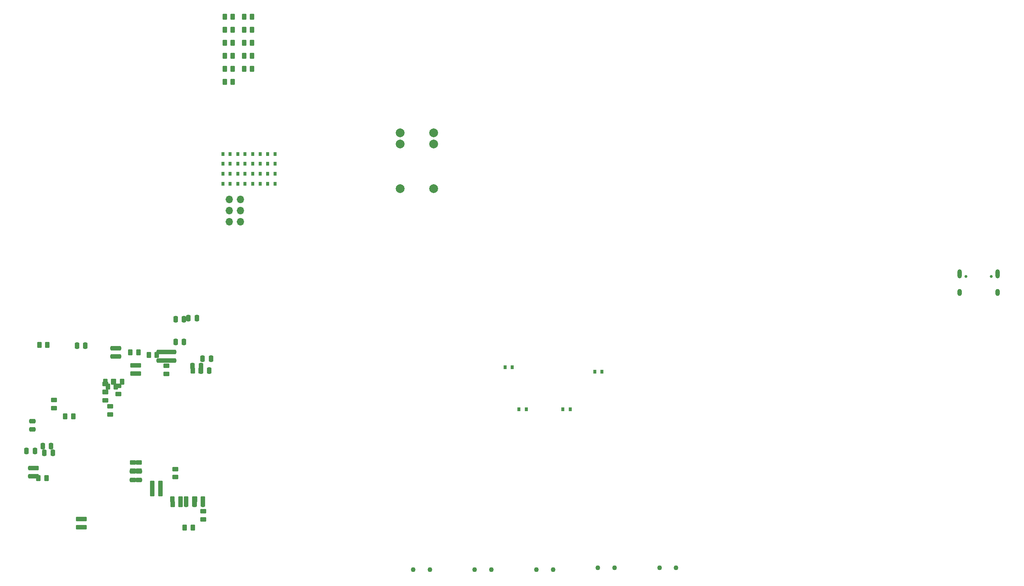
<source format=gbr>
%TF.GenerationSoftware,KiCad,Pcbnew,7.99.0-3193-g96f9f2c658*%
%TF.CreationDate,2023-10-14T12:34:30+01:00*%
%TF.ProjectId,hh2024,68683230-3234-42e6-9b69-6361645f7063,rev?*%
%TF.SameCoordinates,Original*%
%TF.FileFunction,Soldermask,Top*%
%TF.FilePolarity,Negative*%
%FSLAX46Y46*%
G04 Gerber Fmt 4.6, Leading zero omitted, Abs format (unit mm)*
G04 Created by KiCad (PCBNEW 7.99.0-3193-g96f9f2c658) date 2023-10-14 12:34:30*
%MOMM*%
%LPD*%
G01*
G04 APERTURE LIST*
G04 Aperture macros list*
%AMRoundRect*
0 Rectangle with rounded corners*
0 $1 Rounding radius*
0 $2 $3 $4 $5 $6 $7 $8 $9 X,Y pos of 4 corners*
0 Add a 4 corners polygon primitive as box body*
4,1,4,$2,$3,$4,$5,$6,$7,$8,$9,$2,$3,0*
0 Add four circle primitives for the rounded corners*
1,1,$1+$1,$2,$3*
1,1,$1+$1,$4,$5*
1,1,$1+$1,$6,$7*
1,1,$1+$1,$8,$9*
0 Add four rect primitives between the rounded corners*
20,1,$1+$1,$2,$3,$4,$5,0*
20,1,$1+$1,$4,$5,$6,$7,0*
20,1,$1+$1,$6,$7,$8,$9,0*
20,1,$1+$1,$8,$9,$2,$3,0*%
G04 Aperture macros list end*
%ADD10R,0.770000X0.950000*%
%ADD11RoundRect,0.250000X-0.450000X0.262500X-0.450000X-0.262500X0.450000X-0.262500X0.450000X0.262500X0*%
%ADD12RoundRect,0.250000X-0.262500X-0.450000X0.262500X-0.450000X0.262500X0.450000X-0.262500X0.450000X0*%
%ADD13RoundRect,0.250000X-0.475000X0.250000X-0.475000X-0.250000X0.475000X-0.250000X0.475000X0.250000X0*%
%ADD14RoundRect,0.250000X0.475000X-0.250000X0.475000X0.250000X-0.475000X0.250000X-0.475000X-0.250000X0*%
%ADD15RoundRect,0.250000X0.250000X0.475000X-0.250000X0.475000X-0.250000X-0.475000X0.250000X-0.475000X0*%
%ADD16RoundRect,0.250000X0.262500X0.450000X-0.262500X0.450000X-0.262500X-0.450000X0.262500X-0.450000X0*%
%ADD17RoundRect,0.250000X0.450000X-0.262500X0.450000X0.262500X-0.450000X0.262500X-0.450000X-0.262500X0*%
%ADD18RoundRect,0.250000X-0.250000X-0.475000X0.250000X-0.475000X0.250000X0.475000X-0.250000X0.475000X0*%
%ADD19C,2.000000*%
%ADD20O,1.700000X1.700000*%
%ADD21C,1.100000*%
%ADD22C,0.650000*%
%ADD23O,1.000000X1.600000*%
%ADD24O,1.000000X2.100000*%
G04 APERTURE END LIST*
D10*
%TO.C,D8*%
X60596000Y-62020000D03*
X58966000Y-62020000D03*
%TD*%
D11*
%TO.C,R23*%
X33347500Y-114931500D03*
X33347500Y-116756500D03*
%TD*%
D12*
%TO.C,R7*%
X37888000Y-102622000D03*
X39713000Y-102622000D03*
%TD*%
D10*
%TO.C,D12*%
X63996000Y-59760000D03*
X62366000Y-59760000D03*
%TD*%
D13*
%TO.C,C7*%
X39800500Y-129752000D03*
X39800500Y-131652000D03*
%TD*%
D12*
%TO.C,R39*%
X63783500Y-26320000D03*
X65608500Y-26320000D03*
%TD*%
D14*
%TO.C,C21*%
X45600500Y-104472000D03*
X45600500Y-102572000D03*
%TD*%
D15*
%TO.C,C16*%
X50100500Y-100272000D03*
X48200500Y-100272000D03*
%TD*%
D16*
%TO.C,R18*%
X52413000Y-136122000D03*
X50588000Y-136122000D03*
%TD*%
D14*
%TO.C,C22*%
X46600500Y-104472000D03*
X46600500Y-102572000D03*
%TD*%
D10*
%TO.C,D22*%
X70796000Y-59760000D03*
X69166000Y-59760000D03*
%TD*%
D11*
%TO.C,R27*%
X32200500Y-109809500D03*
X32200500Y-111634500D03*
%TD*%
D12*
%TO.C,R15*%
X42888000Y-133622000D03*
X44713000Y-133622000D03*
%TD*%
D11*
%TO.C,R12*%
X16400500Y-128997000D03*
X16400500Y-130822000D03*
%TD*%
D12*
%TO.C,R25*%
X34178000Y-109322000D03*
X36003000Y-109322000D03*
%TD*%
D10*
%TO.C,D9*%
X60596000Y-64280000D03*
X58966000Y-64280000D03*
%TD*%
D12*
%TO.C,R40*%
X63783500Y-29270000D03*
X65608500Y-29270000D03*
%TD*%
D17*
%TO.C,R8*%
X38500500Y-129534500D03*
X38500500Y-127709500D03*
%TD*%
D15*
%TO.C,C13*%
X54430500Y-137122000D03*
X52530500Y-137122000D03*
%TD*%
D12*
%TO.C,R33*%
X59373500Y-26320000D03*
X61198500Y-26320000D03*
%TD*%
%TO.C,R20*%
X42888000Y-132522000D03*
X44713000Y-132522000D03*
%TD*%
D16*
%TO.C,R31*%
X24923000Y-117222000D03*
X23098000Y-117222000D03*
%TD*%
D12*
%TO.C,R6*%
X52088000Y-106822000D03*
X53913000Y-106822000D03*
%TD*%
D15*
%TO.C,C5*%
X20250500Y-125522000D03*
X18350500Y-125522000D03*
%TD*%
D18*
%TO.C,C10*%
X54350500Y-104122000D03*
X56250500Y-104122000D03*
%TD*%
D12*
%TO.C,R22*%
X42088000Y-103222000D03*
X43913000Y-103222000D03*
%TD*%
D10*
%TO.C,D17*%
X67396000Y-59760000D03*
X65766000Y-59760000D03*
%TD*%
D19*
%TO.C,K1*%
X106931000Y-65415000D03*
X106931000Y-55255000D03*
X106931000Y-52715000D03*
X99311000Y-52715000D03*
X99311000Y-55255000D03*
X99311000Y-65415000D03*
%TD*%
D12*
%TO.C,R16*%
X42888000Y-134722000D03*
X44713000Y-134722000D03*
%TD*%
%TO.C,R19*%
X52588000Y-136122000D03*
X54413000Y-136122000D03*
%TD*%
D16*
%TO.C,R30*%
X34013000Y-109322000D03*
X32188000Y-109322000D03*
%TD*%
D12*
%TO.C,R41*%
X63783500Y-32220000D03*
X65608500Y-32220000D03*
%TD*%
D10*
%TO.C,D15*%
X137936000Y-115590000D03*
X136306000Y-115590000D03*
%TD*%
D12*
%TO.C,R29*%
X32778000Y-110422000D03*
X34603000Y-110422000D03*
%TD*%
D10*
%TO.C,D20*%
X145151000Y-107065000D03*
X143521000Y-107065000D03*
%TD*%
D17*
%TO.C,R28*%
X46100500Y-107544500D03*
X46100500Y-105719500D03*
%TD*%
D11*
%TO.C,R24*%
X35200500Y-110309500D03*
X35200500Y-112134500D03*
%TD*%
D12*
%TO.C,R37*%
X59373500Y-38120000D03*
X61198500Y-38120000D03*
%TD*%
D10*
%TO.C,D5*%
X127936000Y-115590000D03*
X126306000Y-115590000D03*
%TD*%
D14*
%TO.C,C19*%
X35100500Y-103592000D03*
X35100500Y-101692000D03*
%TD*%
D20*
%TO.C,J1*%
X60406000Y-67830000D03*
X62946000Y-67830000D03*
X60406000Y-70370000D03*
X62946000Y-70370000D03*
X60406000Y-72910000D03*
X62946000Y-72910000D03*
%TD*%
D11*
%TO.C,R10*%
X39700500Y-105609500D03*
X39700500Y-107434500D03*
%TD*%
%TO.C,R26*%
X32200500Y-111709500D03*
X32200500Y-113534500D03*
%TD*%
D10*
%TO.C,D14*%
X63996000Y-64280000D03*
X62366000Y-64280000D03*
%TD*%
%TO.C,D13*%
X63996000Y-62020000D03*
X62366000Y-62020000D03*
%TD*%
D12*
%TO.C,R38*%
X59373500Y-41070000D03*
X61198500Y-41070000D03*
%TD*%
D16*
%TO.C,R4*%
X49303000Y-136122000D03*
X47478000Y-136122000D03*
%TD*%
D12*
%TO.C,R36*%
X59373500Y-35170000D03*
X61198500Y-35170000D03*
%TD*%
D13*
%TO.C,C2*%
X15600500Y-118272000D03*
X15600500Y-120172000D03*
%TD*%
D12*
%TO.C,R13*%
X50288000Y-142522000D03*
X52113000Y-142522000D03*
%TD*%
D10*
%TO.C,D16*%
X67396000Y-57500000D03*
X65766000Y-57500000D03*
%TD*%
D12*
%TO.C,R43*%
X63783500Y-38120000D03*
X65608500Y-38120000D03*
%TD*%
D14*
%TO.C,C18*%
X34100500Y-103592000D03*
X34100500Y-101692000D03*
%TD*%
D10*
%TO.C,D10*%
X124751000Y-106065000D03*
X123121000Y-106065000D03*
%TD*%
D18*
%TO.C,C11*%
X14300500Y-125059500D03*
X16200500Y-125059500D03*
%TD*%
%TO.C,C1*%
X52050500Y-105822000D03*
X53950500Y-105822000D03*
%TD*%
D11*
%TO.C,R14*%
X54500500Y-138809500D03*
X54500500Y-140634500D03*
%TD*%
D10*
%TO.C,D24*%
X70796000Y-64280000D03*
X69166000Y-64280000D03*
%TD*%
%TO.C,D23*%
X70796000Y-62020000D03*
X69166000Y-62020000D03*
%TD*%
D13*
%TO.C,C8*%
X15400500Y-128959500D03*
X15400500Y-130859500D03*
%TD*%
D12*
%TO.C,R35*%
X59373500Y-32220000D03*
X61198500Y-32220000D03*
%TD*%
D11*
%TO.C,R3*%
X26200500Y-140619500D03*
X26200500Y-142444500D03*
%TD*%
D16*
%TO.C,R21*%
X19019000Y-100967000D03*
X17194000Y-100967000D03*
%TD*%
D14*
%TO.C,C20*%
X44600500Y-104472000D03*
X44600500Y-102572000D03*
%TD*%
D10*
%TO.C,D21*%
X70796000Y-57500000D03*
X69166000Y-57500000D03*
%TD*%
D11*
%TO.C,R9*%
X38600500Y-105609500D03*
X38600500Y-107434500D03*
%TD*%
D12*
%TO.C,R34*%
X59373500Y-29270000D03*
X61198500Y-29270000D03*
%TD*%
D14*
%TO.C,C23*%
X47600500Y-104472000D03*
X47600500Y-102572000D03*
%TD*%
D18*
%TO.C,C4*%
X53950500Y-106822000D03*
X55850500Y-106822000D03*
%TD*%
D13*
%TO.C,C9*%
X38500500Y-129752000D03*
X38500500Y-131652000D03*
%TD*%
D10*
%TO.C,D18*%
X67396000Y-62020000D03*
X65766000Y-62020000D03*
%TD*%
%TO.C,D6*%
X60596000Y-57500000D03*
X58966000Y-57500000D03*
%TD*%
D15*
%TO.C,C15*%
X53000500Y-94872000D03*
X51100500Y-94872000D03*
%TD*%
%TO.C,C6*%
X19850500Y-124022000D03*
X17950500Y-124022000D03*
%TD*%
D17*
%TO.C,R32*%
X20500500Y-115334500D03*
X20500500Y-113509500D03*
%TD*%
D11*
%TO.C,R2*%
X27300500Y-140609500D03*
X27300500Y-142434500D03*
%TD*%
D12*
%TO.C,R42*%
X63783500Y-35170000D03*
X65608500Y-35170000D03*
%TD*%
D18*
%TO.C,C17*%
X25750500Y-101130000D03*
X27650500Y-101130000D03*
%TD*%
%TO.C,C12*%
X50550500Y-137122000D03*
X52450500Y-137122000D03*
%TD*%
D16*
%TO.C,R11*%
X18813000Y-131259500D03*
X16988000Y-131259500D03*
%TD*%
D17*
%TO.C,R1*%
X39800500Y-129534500D03*
X39800500Y-127709500D03*
%TD*%
D11*
%TO.C,R17*%
X48100500Y-129209500D03*
X48100500Y-131034500D03*
%TD*%
D10*
%TO.C,D7*%
X60596000Y-59760000D03*
X58966000Y-59760000D03*
%TD*%
D15*
%TO.C,C14*%
X50100500Y-95072000D03*
X48200500Y-95072000D03*
%TD*%
D10*
%TO.C,D11*%
X63996000Y-57500000D03*
X62366000Y-57500000D03*
%TD*%
D16*
%TO.C,R5*%
X49323000Y-137222000D03*
X47498000Y-137222000D03*
%TD*%
D10*
%TO.C,D19*%
X67396000Y-64280000D03*
X65766000Y-64280000D03*
%TD*%
D21*
%TO.C,SW2*%
X116233000Y-152094000D03*
X120033000Y-152094000D03*
%TD*%
%TO.C,SW4*%
X144245000Y-151660500D03*
X148045000Y-151660500D03*
%TD*%
%TO.C,SW1*%
X102233000Y-152094000D03*
X106033000Y-152094000D03*
%TD*%
%TO.C,SW3*%
X130233000Y-152094000D03*
X134033000Y-152094000D03*
%TD*%
D22*
%TO.C,J4*%
X233730000Y-85353000D03*
X227950000Y-85353000D03*
D23*
X235160000Y-89003000D03*
D24*
X235160000Y-84823000D03*
D23*
X226520000Y-89003000D03*
D24*
X226520000Y-84823000D03*
%TD*%
D21*
%TO.C,SW5*%
X158245000Y-151660500D03*
X162045000Y-151660500D03*
%TD*%
M02*

</source>
